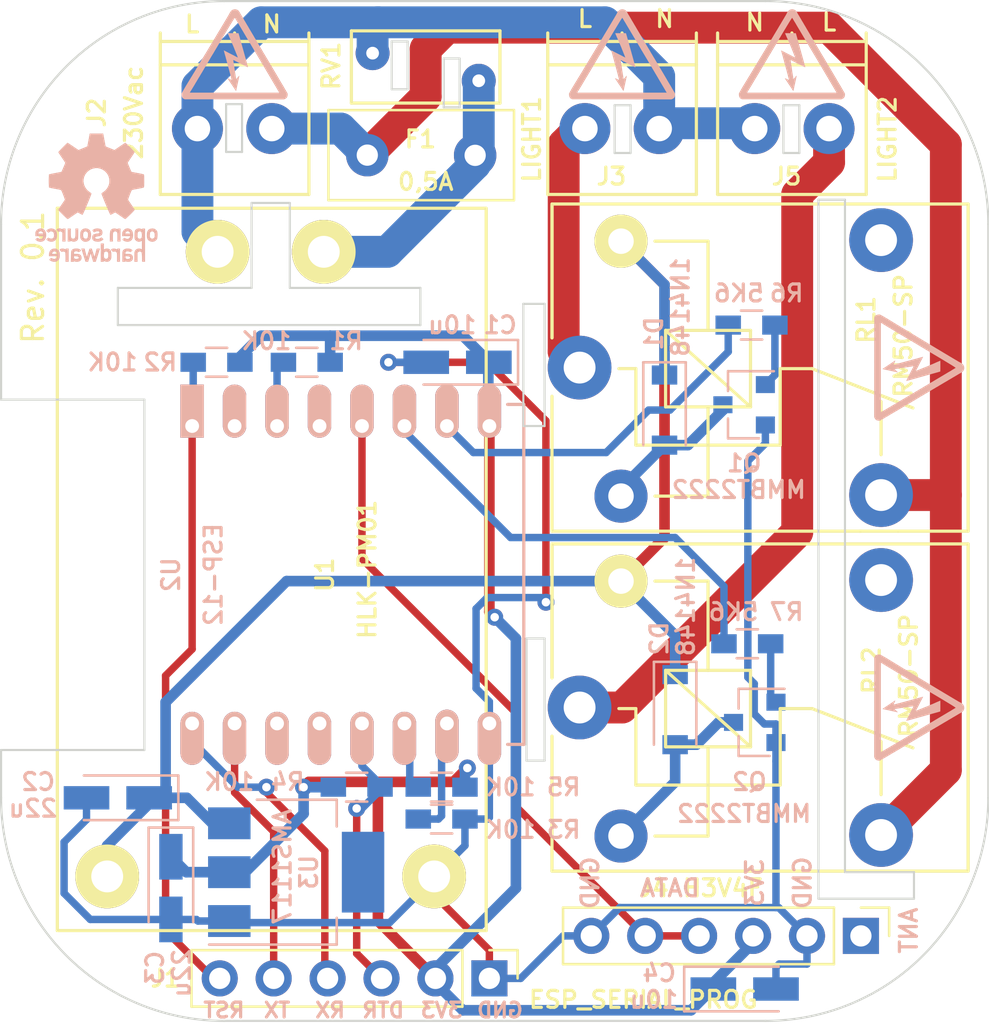
<source format=kicad_pcb>
(kicad_pcb (version 20171130) (host pcbnew "(5.1.12)-1")
  (layers (0 F.Cu signal) (31 B.Cu signal) (34 B.Paste user) (35 F.Paste user) (36 B.SilkS user) (37 F.SilkS user) (38 B.Mask user) (39 F.Mask user) (44 Edge.Cuts user))
  (net 0 "")
  (net 1 GND)
  (net 2 /RESET)
  (net 3 +3V3)
  (net 4 "Net-(F1-Pad2)")
  (net 5 /RX)
  (net 6 /TX)
  (net 7 /DTR)
  (net 8 "Net-(Q1-Pad1)")
  (net 9 "Net-(Q2-Pad1)")
  (net 10 "Net-(R3-Pad2)")
  (net 11 "Net-(R5-Pad1)")
  (net 12 +5V)
  (net 13 "Net-(D1-Pad2)")
  (net 14 "Net-(D2-Pad2)")
  (net 15 /L)
  (net 16 /N)
  (net 17 /REL_SW1)
  (net 18 /REL_SW2)
  (net 19 /RELAY_CH1)
  (net 20 /RELAY_CH2)
  (net 21 /433_RX_DATA)
  (net 22 "Net-(R1-Pad1)")
  (module Symbols:OSHW-Logo_5.7x6mm_SilkScreen (layer B.Cu) (at 104.5 59.25 180)
    (fp_text reference REF*** hide)
    (fp_text value OSHW-Logo_5.7x6mm_SilkScreen hide)
  )
  (module Connectors_Terminal_Blocks:TerminalBlock_Pheonix_PT-3.5mm_2pol (layer F.Cu) (at 112.75 56 180)
    (fp_text reference J2 (at 8.25 0.75 270) (layer F.SilkS) (effects (font (size 0.8 0.8))))
    (fp_text value 230Vac (at 6.5 0.75 270) (layer F.SilkS) (effects (font (size 0.8 0.8))))
    (pad 1 thru_hole circle (at 0 0 180) (size 2.4 2.4) (drill 1.2) (layers *.Cu *.Mask) (net 15 /L))
    (pad 2 thru_hole circle (at 3.5 0 180) (size 2.4 2.4) (drill 1.2) (layers *.Cu *.Mask) (net 16 /N))
  )
  (module Connectors_Terminal_Blocks:TerminalBlock_Pheonix_PT-3.5mm_2pol (layer F.Cu) (at 139 56 180)
    (fp_text reference J5 (at 2 -2.25 180) (layer F.SilkS) (effects (font (size 0.8 0.8))))
    (fp_text value LIGHT2 (at -2.75 -0.5 270) (layer F.SilkS) (effects (font (size 0.8 0.8))))
    (pad 2 thru_hole circle (at 3.5 0 180) (size 2.4 2.4) (drill 1.2) (layers *.Cu *.Mask) (net 16 /N))
    (pad 1 thru_hole circle (at 0 0 180) (size 2.4 2.4) (drill 1.2) (layers *.Cu *.Mask) (net 18 /REL_SW2))
  )
  (module Connectors_Terminal_Blocks:TerminalBlock_Pheonix_PT-3.5mm_2pol (layer F.Cu) (at 131 56 180)
    (fp_text reference J3 (at 2.25 -2.25 180) (layer F.SilkS) (effects (font (size 0.8 0.8))))
    (fp_text value LIGHT1 (at 6 -0.5 270) (layer F.SilkS) (effects (font (size 0.8 0.8))))
    (pad 1 thru_hole circle (at 0 0 180) (size 2.4 2.4) (drill 1.2) (layers *.Cu *.Mask) (net 16 /N))
    (pad 2 thru_hole circle (at 3.5 0 180) (size 2.4 2.4) (drill 1.2) (layers *.Cu *.Mask) (net 17 /REL_SW1))
  )
  (module w_logo:Logo_silk_high_voltage_5x4.2mm (layer B.Cu) (at 137.25 52.5 180)
    (fp_text reference G***_5 hide)
    (fp_text value LOGO hide)
  )
  (module w_logo:Logo_silk_high_voltage_5x4.2mm (layer B.Cu) (at 129.25 52.5 180)
    (fp_text reference G***_4 hide)
    (fp_text value LOGO hide)
  )
  (module w_logo:Logo_silk_high_voltage_5x4.2mm (layer B.Cu) (at 111 52.5 180)
    (fp_text reference G***_3 hide)
    (fp_text value LOGO hide)
  )
  (module w_logo:Logo_silk_high_voltage_5x4.2mm (layer B.Cu) (at 143.25 83.25 90)
    (fp_text reference G***_2 hide)
    (fp_text value LOGO hide)
  )
  (module w_logo:Logo_silk_high_voltage_5x4.2mm (layer B.Cu) (at 143.25 67.25 90)
    (fp_text reference G*** hide)
    (fp_text value LOGO hide)
  )
  (module Diodes_SMD:D_SOD-123 (layer B.Cu) (at 131.25 69.25 270)
    (fp_text reference D1 (at -3.6 0.5 270) (layer B.SilkS) (effects (font (size 0.8 0.8)) (justify mirror)))
    (fp_text value 1N4148 (at -4.85 -0.75 270) (layer B.SilkS) (effects (font (size 0.8 0.8)) (justify mirror)))
    (pad 1 smd rect (at -1.65 0 270) (size 0.9 1.2) (layers B.Cu B.Paste B.Mask) (net 12 +5V))
    (pad 2 smd rect (at 1.65 0 270) (size 0.9 1.2) (layers B.Cu B.Paste B.Mask) (net 13 "Net-(D1-Pad2)"))
  )
  (module Diodes_SMD:D_SOD-123 (layer B.Cu) (at 131.75 83.35 270)
    (fp_text reference D2 (at -3.35 0.75 270) (layer B.SilkS) (effects (font (size 0.8 0.8)) (justify mirror)))
    (fp_text value 1N4148 (at -4.85 -0.5 270) (layer B.SilkS) (effects (font (size 0.8 0.8)) (justify mirror)))
    (pad 2 smd rect (at 1.65 0 270) (size 0.9 1.2) (layers B.Cu B.Paste B.Mask) (net 14 "Net-(D2-Pad2)"))
    (pad 1 smd rect (at -1.65 0 270) (size 0.9 1.2) (layers B.Cu B.Paste B.Mask) (net 12 +5V))
  )
  (module Pin_Headers:Pin_Header_Straight_1x06_Pitch2.54mm (layer F.Cu) (at 140.5 94 270)
    (fp_text reference J4 (at -2.25 9.75) (layer F.SilkS) (effects (font (size 0.8 0.8))))
    (fp_text value H3V4F (at -2.25 6.5) (layer F.SilkS) (effects (font (size 0.8 0.8))))
    (pad 6 thru_hole oval (at 0 12.7 270) (size 1.7 1.7) (drill 1) (layers *.Cu *.Mask) (net 1 GND))
    (pad 5 thru_hole oval (at 0 10.16 270) (size 1.7 1.7) (drill 1) (layers *.Cu *.Mask) (net 21 /433_RX_DATA))
    (pad 4 thru_hole oval (at 0 7.62 270) (size 1.7 1.7) (drill 1) (layers *.Cu *.Mask) (net 21 /433_RX_DATA))
    (pad 3 thru_hole oval (at 0 5.08 270) (size 1.7 1.7) (drill 1) (layers *.Cu *.Mask) (net 3 +3V3))
    (pad 2 thru_hole oval (at 0 2.54 270) (size 1.7 1.7) (drill 1) (layers *.Cu *.Mask) (net 1 GND))
    (pad 1 thru_hole rect (at 0 0 270) (size 1.7 1.7) (drill 1) (layers *.Cu *.Mask))
  )
  (module TO_SOT_Packages_SMD:SOT-23 (layer B.Cu) (at 135 69 180)
    (fp_text reference Q1 (at 0 -2.75) (layer B.SilkS) (effects (font (size 0.8 0.8)) (justify mirror)))
    (fp_text value MMBT2222 (at 0.25 -4) (layer B.SilkS) (effects (font (size 0.8 0.8)) (justify mirror)))
    (pad 3 smd rect (at 1 0 180) (size 0.9 0.8) (layers B.Cu B.Paste B.Mask) (net 13 "Net-(D1-Pad2)"))
    (pad 2 smd rect (at -1 -0.95 180) (size 0.9 0.8) (layers B.Cu B.Paste B.Mask) (net 1 GND))
    (pad 1 smd rect (at -1 0.95 180) (size 0.9 0.8) (layers B.Cu B.Paste B.Mask) (net 8 "Net-(Q1-Pad1)"))
  )
  (module TO_SOT_Packages_SMD:SOT-23 (layer B.Cu) (at 135.5 83.95 180)
    (fp_text reference Q2 (at 0.25 -2.8) (layer B.SilkS) (effects (font (size 0.8 0.8)) (justify mirror)))
    (fp_text value MMBT2222 (at 0.5 -4.3) (layer B.SilkS) (effects (font (size 0.8 0.8)) (justify mirror)))
    (pad 1 smd rect (at -1 0.95 180) (size 0.9 0.8) (layers B.Cu B.Paste B.Mask) (net 9 "Net-(Q2-Pad1)"))
    (pad 2 smd rect (at -1 -0.95 180) (size 0.9 0.8) (layers B.Cu B.Paste B.Mask) (net 1 GND))
    (pad 3 smd rect (at 1 0 180) (size 0.9 0.8) (layers B.Cu B.Paste B.Mask) (net 14 "Net-(D2-Pad2)"))
  )
  (module Resistors_SMD:R_0603_HandSoldering (layer B.Cu) (at 114.4 67)
    (fp_text reference R1 (at 1.85 -1) (layer B.SilkS) (effects (font (size 0.8 0.8)) (justify mirror)))
    (fp_text value 10K (at -1.9 -1) (layer B.SilkS) (effects (font (size 0.8 0.8)) (justify mirror)))
    (pad 1 smd rect (at -1.1 0) (size 1.2 0.9) (layers B.Cu B.Paste B.Mask) (net 22 "Net-(R1-Pad1)"))
    (pad 2 smd rect (at 1.1 0) (size 1.2 0.9) (layers B.Cu B.Paste B.Mask) (net 3 +3V3))
  )
  (module Resistors_SMD:R_0603_HandSoldering (layer B.Cu) (at 110.15 67)
    (fp_text reference R2 (at -2.65 0) (layer B.SilkS) (effects (font (size 0.8 0.8)) (justify mirror)))
    (fp_text value 10K (at -4.9 0) (layer B.SilkS) (effects (font (size 0.8 0.8)) (justify mirror)))
    (pad 2 smd rect (at 1.1 0) (size 1.2 0.9) (layers B.Cu B.Paste B.Mask) (net 3 +3V3))
    (pad 1 smd rect (at -1.1 0) (size 1.2 0.9) (layers B.Cu B.Paste B.Mask) (net 2 /RESET))
  )
  (module Resistors_SMD:R_0603_HandSoldering (layer B.Cu) (at 120.75 88.5 180)
    (fp_text reference R3 (at -5.75 -0.5 180) (layer B.SilkS) (effects (font (size 0.8 0.8)) (justify mirror)))
    (fp_text value 10K (at -3.25 -0.5 180) (layer B.SilkS) (effects (font (size 0.8 0.8)) (justify mirror)))
    (pad 2 smd rect (at 1.1 0 180) (size 1.2 0.9) (layers B.Cu B.Paste B.Mask) (net 10 "Net-(R3-Pad2)"))
    (pad 1 smd rect (at -1.1 0 180) (size 1.2 0.9) (layers B.Cu B.Paste B.Mask) (net 1 GND))
  )
  (module Resistors_SMD:R_0603_HandSoldering (layer B.Cu) (at 116.75 87 180)
    (fp_text reference R4 (at 3.25 0.25 180) (layer B.SilkS) (effects (font (size 0.8 0.8)) (justify mirror)))
    (fp_text value 10K (at 6 0.25 180) (layer B.SilkS) (effects (font (size 0.8 0.8)) (justify mirror)))
    (pad 1 smd rect (at -1.1 0 180) (size 1.2 0.9) (layers B.Cu B.Paste B.Mask) (net 7 /DTR))
    (pad 2 smd rect (at 1.1 0 180) (size 1.2 0.9) (layers B.Cu B.Paste B.Mask) (net 3 +3V3))
  )
  (module Resistors_SMD:R_0603_HandSoldering (layer B.Cu) (at 120.75 87)
    (fp_text reference R5 (at 5.75 0) (layer B.SilkS) (effects (font (size 0.8 0.8)) (justify mirror)))
    (fp_text value 10K (at 3.25 0) (layer B.SilkS) (effects (font (size 0.8 0.8)) (justify mirror)))
    (pad 2 smd rect (at 1.1 0) (size 1.2 0.9) (layers B.Cu B.Paste B.Mask) (net 3 +3V3))
    (pad 1 smd rect (at -1.1 0) (size 1.2 0.9) (layers B.Cu B.Paste B.Mask) (net 11 "Net-(R5-Pad1)"))
  )
  (module Resistors_SMD:R_0603_HandSoldering (layer B.Cu) (at 135.35 65.25 180)
    (fp_text reference R6 (at -1.65 1.5 180) (layer B.SilkS) (effects (font (size 0.8 0.8)) (justify mirror)))
    (fp_text value 5K6 (at 0.6 1.5 180) (layer B.SilkS) (effects (font (size 0.8 0.8)) (justify mirror)))
    (pad 1 smd rect (at -1.1 0 180) (size 1.2 0.9) (layers B.Cu B.Paste B.Mask) (net 8 "Net-(Q1-Pad1)"))
    (pad 2 smd rect (at 1.1 0 180) (size 1.2 0.9) (layers B.Cu B.Paste B.Mask) (net 19 /RELAY_CH1))
  )
  (module Resistors_SMD:R_0603_HandSoldering (layer B.Cu) (at 135.15 80.25 180)
    (fp_text reference R7 (at -1.85 1.5 180) (layer B.SilkS) (effects (font (size 0.8 0.8)) (justify mirror)))
    (fp_text value 5K6 (at 0.65 1.5 180) (layer B.SilkS) (effects (font (size 0.8 0.8)) (justify mirror)))
    (pad 2 smd rect (at 1.1 0 180) (size 1.2 0.9) (layers B.Cu B.Paste B.Mask) (net 20 /RELAY_CH2))
    (pad 1 smd rect (at -1.1 0 180) (size 1.2 0.9) (layers B.Cu B.Paste B.Mask) (net 9 "Net-(Q2-Pad1)"))
  )
  (module myfootprints:RM50_P (layer F.Cu) (at 127.25 67.25)
    (fp_text reference RL1 (at 13.5 -2.25 90) (layer F.SilkS) (effects (font (size 0.8 0.8))))
    (fp_text value RM50-SP (at 15.25 -1.5 90) (layer F.SilkS) (effects (font (size 0.8 0.8))))
    (pad A2 thru_hole circle (at 1.95 6.05 90) (size 2.5 2.5) (drill 1.2) (layers *.Cu *.Mask) (net 13 "Net-(D1-Pad2)"))
    (pad A1 thru_hole circle (at 1.95 -5.95 90) (size 2.5 2.5) (drill 1.2) (layers *.Cu *.Mask F.SilkS) (net 12 +5V))
    (pad 11 thru_hole circle (at 0 0 90) (size 3 3) (drill 1.5) (layers *.Cu *.Mask) (net 17 /REL_SW1))
    (pad 14 thru_hole circle (at 14.2 6 90) (size 3 3) (drill 1.5) (layers *.Cu *.Mask) (net 15 /L))
    (pad 12 thru_hole circle (at 14.2 -6 90) (size 3 3) (drill 1.5) (layers *.Cu *.Mask))
  )
  (module myfootprints:RM50_P (layer F.Cu) (at 127.25 83.25)
    (fp_text reference RL2 (at 13.75 -1.75 90) (layer F.SilkS) (effects (font (size 0.8 0.8))))
    (fp_text value RM50-SP (at 15.5 -1.5 90) (layer F.SilkS) (effects (font (size 0.8 0.8))))
    (pad 12 thru_hole circle (at 14.2 -6 90) (size 3 3) (drill 1.5) (layers *.Cu *.Mask))
    (pad 14 thru_hole circle (at 14.2 6 90) (size 3 3) (drill 1.5) (layers *.Cu *.Mask) (net 15 /L))
    (pad 11 thru_hole circle (at 0 0 90) (size 3 3) (drill 1.5) (layers *.Cu *.Mask) (net 18 /REL_SW2))
    (pad A1 thru_hole circle (at 1.95 -5.95 90) (size 2.5 2.5) (drill 1.2) (layers *.Cu *.Mask F.SilkS) (net 12 +5V))
    (pad A2 thru_hole circle (at 1.95 6.05 90) (size 2.5 2.5) (drill 1.2) (layers *.Cu *.Mask) (net 14 "Net-(D2-Pad2)"))
  )
  (module Varistors:RV_Disc_D7_W3.4_P5 (layer F.Cu) (at 122.5 53.75 180)
    (fp_text reference RV1 (at 6.95 0.7 270) (layer F.SilkS) (effects (font (size 0.8 0.8))))
    (fp_text value Varistor hide)
    (pad 2 thru_hole circle (at 5 1.3 180) (size 1.6 1.6) (drill 0.6) (layers *.Cu *.Mask) (net 16 /N))
    (pad 1 thru_hole circle (at 0 0 180) (size 1.6 1.6) (drill 0.6) (layers *.Cu *.Mask) (net 4 "Net-(F1-Pad2)"))
  )
  (module TO_SOT_Packages_SMD:SOT-223 (layer B.Cu) (at 113.9 91)
    (fp_text reference U3 (at 0.6 0 270) (layer B.SilkS) (effects (font (size 0.8 0.8)) (justify mirror)))
    (fp_text value AMS1117 (at -0.65 -0.25 90) (layer B.SilkS) (effects (font (size 0.8 0.8)) (justify mirror)))
    (pad 1 smd rect (at -3.15 2.3) (size 2 1.5) (layers B.Cu B.Paste B.Mask) (net 1 GND))
    (pad 3 smd rect (at -3.15 -2.3) (size 2 1.5) (layers B.Cu B.Paste B.Mask) (net 12 +5V))
    (pad 2 smd rect (at -3.15 0) (size 2 1.5) (layers B.Cu B.Paste B.Mask) (net 3 +3V3))
    (pad 4 smd rect (at 3.15 0) (size 2 3.8) (layers B.Cu B.Paste B.Mask))
  )
  (module Fuse_Holders_and_Fuses:Fuse_TE5_Littlefuse-395Series (layer F.Cu) (at 117.25 57.25)
    (fp_text reference F1 (at 2.5 -0.75) (layer F.SilkS) (effects (font (size 0.8 0.8))))
    (fp_text value 0,5A (at 2.75 1.25) (layer F.SilkS) (effects (font (size 0.8 0.8))))
    (pad 2 thru_hole circle (at 5.08 0.01) (size 2 2) (drill 1) (layers *.Cu *.Mask) (net 4 "Net-(F1-Pad2)"))
    (pad 1 thru_hole circle (at 0 0) (size 2 2) (drill 1) (layers *.Cu *.Mask) (net 15 /L))
  )
  (module Pin_Headers:Pin_Header_Straight_1x06_Pitch2.54mm (layer F.Cu) (at 123 96 270)
    (fp_text reference J1 (at 0 15.25) (layer F.SilkS) (effects (font (size 0.8 0.8))))
    (fp_text value ESP_SERIAL_PROG (at 1 -7.25) (layer F.SilkS) (effects (font (size 0.8 0.8))))
    (pad 6 thru_hole oval (at 0 12.7 270) (size 1.7 1.7) (drill 1) (layers *.Cu *.Mask) (net 2 /RESET))
    (pad 5 thru_hole oval (at 0 10.16 270) (size 1.7 1.7) (drill 1) (layers *.Cu *.Mask) (net 6 /TX))
    (pad 4 thru_hole oval (at 0 7.62 270) (size 1.7 1.7) (drill 1) (layers *.Cu *.Mask) (net 5 /RX))
    (pad 3 thru_hole oval (at 0 5.08 270) (size 1.7 1.7) (drill 1) (layers *.Cu *.Mask) (net 7 /DTR))
    (pad 2 thru_hole oval (at 0 2.54 270) (size 1.7 1.7) (drill 1) (layers *.Cu *.Mask) (net 3 +3V3))
    (pad 1 thru_hole rect (at 0 0 270) (size 1.7 1.7) (drill 1) (layers *.Cu *.Mask) (net 1 GND))
  )
  (module Capacitors_Tantalum_SMD:CP_Tantalum_Case-A_EIA-3216-18_Wave (layer B.Cu) (at 105.5 87.5 180)
    (fp_text reference C2 (at 3.75 0.75 180) (layer B.SilkS) (effects (font (size 0.8 0.8)) (justify mirror)))
    (fp_text value 22u (at 4 -0.5 180) (layer B.SilkS) (effects (font (size 0.8 0.8)) (justify mirror)))
    (pad 1 smd rect (at -1.475 0 180) (size 2.15 1.1) (layers B.Cu B.Paste B.Mask) (net 12 +5V))
    (pad 2 smd rect (at 1.475 0 180) (size 2.15 1.1) (layers B.Cu B.Paste B.Mask) (net 1 GND))
  )
  (module Capacitors_Tantalum_SMD:CP_Tantalum_Case-A_EIA-3216-18_Wave (layer B.Cu) (at 108 91.75 270)
    (fp_text reference C3 (at 3.75 0.75 270) (layer B.SilkS) (effects (font (size 0.8 0.8)) (justify mirror)))
    (fp_text value 22u (at 4 -0.5 270) (layer B.SilkS) (effects (font (size 0.8 0.8)) (justify mirror)))
    (pad 2 smd rect (at 1.475 0 270) (size 2.15 1.1) (layers B.Cu B.Paste B.Mask) (net 1 GND))
    (pad 1 smd rect (at -1.475 0 270) (size 2.15 1.1) (layers B.Cu B.Paste B.Mask) (net 3 +3V3))
  )
  (module Capacitors_Tantalum_SMD:CP_Tantalum_Case-A_EIA-3216-18_Wave (layer B.Cu) (at 135.025 96.5)
    (fp_text reference C4 (at -4.025 -0.75) (layer B.SilkS) (effects (font (size 0.8 0.8)) (justify mirror)))
    (fp_text value 10u (at -4.275 0.5) (layer B.SilkS) (effects (font (size 0.8 0.8)) (justify mirror)))
    (pad 1 smd rect (at -1.475 0) (size 2.15 1.1) (layers B.Cu B.Paste B.Mask) (net 3 +3V3))
    (pad 2 smd rect (at 1.475 0) (size 2.15 1.1) (layers B.Cu B.Paste B.Mask) (net 1 GND))
  )
  (module myfootprints:HLK-PM01 (layer F.Cu) (at 112.75 76.75 270)
    (fp_text reference U2 (at 0.25 4.75 270) (layer B.SilkS) (effects (font (size 0.8 0.8)) (justify mirror)))
    (fp_text value HLK-PM01 (at 0 -4.5 270) (layer F.SilkS) (effects (font (size 0.8 0.8))))
    (pad 1 thru_hole circle (at -14.950018 -2.45 270) (size 3 3) (drill 1.5) (layers *.Cu *.Mask F.SilkS) (net 4 "Net-(F1-Pad2)"))
    (pad 2 thru_hole circle (at -14.950018 2.55 270) (size 3 3) (drill 1.5) (layers *.Cu *.Mask F.SilkS) (net 16 /N))
    (pad 4 thru_hole circle (at 14.449982 -7.65 270) (size 3 3) (drill 1.5) (layers *.Cu *.Mask F.SilkS) (net 1 GND))
    (pad 3 thru_hole circle (at 14.449982 7.75 270) (size 3 3) (drill 1.5) (layers *.Cu *.Mask F.SilkS) (net 12 +5V))
  )
  (module Capacitors_Tantalum_SMD:CP_Tantalum_Case-A_EIA-3216-18_Wave (layer B.Cu) (at 121.5 67 180)
    (fp_text reference C1 (at -2 1.75 180) (layer B.SilkS) (effects (font (size 0.8 0.8)) (justify mirror)))
    (fp_text value 10u (at 0.25 1.75 180) (layer B.SilkS) (effects (font (size 0.8 0.8)) (justify mirror)))
    (pad 2 smd rect (at 1.475 0 180) (size 2.15 1.1) (layers B.Cu B.Paste B.Mask) (net 1 GND))
    (pad 1 smd rect (at -1.475 0 180) (size 2.15 1.1) (layers B.Cu B.Paste B.Mask) (net 3 +3V3))
  )
  (module myfootprints:ESP-12 (layer B.Cu) (at 109 70 270)
    (fp_text reference U1 (at 7 -6.25 270) (layer F.SilkS) (effects (font (size 0.8 0.8))))
    (fp_text value ESP-12 (at 6.992 -1 270) (layer B.SilkS) (effects (font (size 0.8 0.8)) (justify mirror)))
    (pad 1 thru_hole rect (at 0 0 270) (size 2.5 1.1) (drill 0.65 (offset -0.7 0)) (layers *.Cu *.Mask B.SilkS) (net 2 /RESET))
    (pad 2 thru_hole oval (at 0 -2 270) (size 2.5 1.1) (drill 0.65 (offset -0.7 0)) (layers *.Cu *.Mask B.SilkS))
    (pad 3 thru_hole oval (at 0 -4 270) (size 2.5 1.1) (drill 0.65 (offset -0.7 0)) (layers *.Cu *.Mask B.SilkS) (net 22 "Net-(R1-Pad1)"))
    (pad 4 thru_hole oval (at 0 -6 270) (size 2.5 1.1) (drill 0.65 (offset -0.7 0)) (layers *.Cu *.Mask B.SilkS))
    (pad 5 thru_hole oval (at 0 -8 270) (size 2.5 1.1) (drill 0.65 (offset -0.7 0)) (layers *.Cu *.Mask B.SilkS) (net 21 /433_RX_DATA))
    (pad 6 thru_hole oval (at 0 -10 270) (size 2.5 1.1) (drill 0.65 (offset -0.7 0)) (layers *.Cu *.Mask B.SilkS) (net 20 /RELAY_CH2))
    (pad 7 thru_hole oval (at 0 -12 270) (size 2.5 1.1) (drill 0.65 (offset -0.7 0)) (layers *.Cu *.Mask B.SilkS) (net 19 /RELAY_CH1))
    (pad 8 thru_hole oval (at 0 -14 270) (size 2.5 1.1) (drill 0.65 (offset -0.7 0)) (layers *.Cu *.Mask B.SilkS) (net 3 +3V3))
    (pad 9 thru_hole oval (at 14 -14 270) (size 2.5 1.1) (drill 0.65 (offset 0.7 0)) (layers *.Cu *.Mask B.SilkS) (net 1 GND))
    (pad 10 thru_hole oval (at 14 -12 270) (size 2.5 1.1) (drill 0.65 (offset 0.6 0)) (layers *.Cu *.Mask B.SilkS) (net 10 "Net-(R3-Pad2)"))
    (pad 11 thru_hole oval (at 14 -10 270) (size 2.5 1.1) (drill 0.65 (offset 0.7 0)) (layers *.Cu *.Mask B.SilkS) (net 11 "Net-(R5-Pad1)"))
    (pad 12 thru_hole oval (at 14 -8 270) (size 2.5 1.1) (drill 0.65 (offset 0.7 0)) (layers *.Cu *.Mask B.SilkS) (net 7 /DTR))
    (pad 13 thru_hole oval (at 14 -6 270) (size 2.5 1.1) (drill 0.65 (offset 0.7 0)) (layers *.Cu *.Mask B.SilkS))
    (pad 14 thru_hole oval (at 14 -4 270) (size 2.5 1.1) (drill 0.65 (offset 0.7 0)) (layers *.Cu *.Mask B.SilkS))
    (pad 15 thru_hole oval (at 14 -2 270) (size 2.5 1.1) (drill 0.65 (offset 0.7 0)) (layers *.Cu *.Mask B.SilkS) (net 6 /TX))
    (pad 16 thru_hole oval (at 14 0 270) (size 2.5 1.1) (drill 0.65 (offset 0.7 0)) (layers *.Cu *.Mask B.SilkS) (net 5 /RX))
  )
  (gr_line (start 99.9998 68.7578) (end 100.000001 60.495371) (layer Edge.Cuts) (width 0.1))
  (gr_line (start 106.75 68.7578) (end 99.9998 68.7578) (layer Edge.Cuts) (width 0.1))
  (gr_line (start 136.85 57.15) (end 136.85 54.9) (layer Edge.Cuts) (width 0.1))
  (gr_line (start 136.85 54.9) (end 137.6 54.9) (layer Edge.Cuts) (width 0.1))
  (gr_line (start 136.85 57.15) (end 137.6 57.15) (layer Edge.Cuts) (width 0.1))
  (gr_line (start 137.6 54.9) (end 137.6 57.15) (layer Edge.Cuts) (width 0.1))
  (gr_line (start 129.65 54.9) (end 129.65 57.15) (layer Edge.Cuts) (width 0.1))
  (gr_line (start 128.9 57.15) (end 129.65 57.15) (layer Edge.Cuts) (width 0.1))
  (gr_line (start 128.9 57.15) (end 128.9 54.9) (layer Edge.Cuts) (width 0.1))
  (gr_line (start 128.9 54.9) (end 129.65 54.9) (layer Edge.Cuts) (width 0.1))
  (gr_line (start 110.6 57.1) (end 111.35 57.1) (layer Edge.Cuts) (width 0.1))
  (gr_line (start 110.6 54.85) (end 111.35 54.85) (layer Edge.Cuts) (width 0.1))
  (gr_line (start 111.35 54.85) (end 111.35 57.1) (layer Edge.Cuts) (width 0.1))
  (gr_line (start 110.6 57.1) (end 110.6 54.85) (layer Edge.Cuts) (width 0.1))
  (gr_line (start 118.4 54.15) (end 119.15 54.15) (layer Edge.Cuts) (width 0.1))
  (gr_line (start 120.85 52.7) (end 121.6 52.7) (layer Edge.Cuts) (width 0.1))
  (gr_line (start 120.85 55) (end 121.6 55) (layer Edge.Cuts) (width 0.1))
  (gr_line (start 121.6 52.7) (end 121.6 55) (layer Edge.Cuts) (width 0.1))
  (gr_line (start 120.85 55.000543) (end 120.85 52.7) (layer Edge.Cuts) (width 0.1))
  (gr_line (start 118.4 54.15) (end 118.4 51.9) (layer Edge.Cuts) (width 0.1))
  (gr_line (start 119.15 51.9) (end 119.15 54.15) (layer Edge.Cuts) (width 0.1))
  (gr_line (start 118.4 51.9) (end 119.15 51.9) (layer Edge.Cuts) (width 0.1))
  (gr_line (start 124.598753 64.25) (end 125.601385 64.25) (layer Edge.Cuts) (width 0.1))
  (gr_line (start 125.6 70.002272) (end 125.6 64.25) (layer Edge.Cuts) (width 0.1))
  (gr_line (start 124.6 70) (end 125.6 70) (layer Edge.Cuts) (width 0.1))
  (gr_line (start 124.6 70) (end 124.6 64.247728) (layer Edge.Cuts) (width 0.1))
  (gr_line (start 124.75 80) (end 125.6 80) (layer Edge.Cuts) (width 0.1))
  (gr_line (start 124.75 85.75) (end 125.601469 85.75) (layer Edge.Cuts) (width 0.1))
  (gr_line (start 125.6 85.75) (end 125.6 79.997728) (layer Edge.Cuts) (width 0.1))
  (gr_line (start 124.75 85.752272) (end 124.75 80) (layer Edge.Cuts) (width 0.1))
  (gr_line (start 143 91) (end 143 92.25) (layer Edge.Cuts) (width 0.1))
  (gr_line (start 138.5 59.35) (end 139.75 59.35) (layer Edge.Cuts) (width 0.1))
  (gr_line (start 138.5 92.25) (end 138.5 59.349963) (layer Edge.Cuts) (width 0.1))
  (gr_line (start 143 92.25) (end 138.5 92.25) (layer Edge.Cuts) (width 0.1))
  (gr_line (start 143 91) (end 139.75 91) (layer Edge.Cuts) (width 0.1))
  (gr_line (start 139.75 91) (end 139.75 59.349961) (layer Edge.Cuts) (width 0.1))
  (gr_line (start 106.75 85.25) (end 100 85.25) (layer Edge.Cuts) (width 0.1))
  (gr_line (start 106.75 68.7578) (end 106.75 85.25) (layer Edge.Cuts) (width 0.1))
  (gr_line (start 100 87.5) (end 100 85.25) (layer Edge.Cuts) (width 0.1))
  (gr_line (start 105.5 65.25) (end 105.5 63.5) (layer Edge.Cuts) (width 0.1))
  (gr_line (start 111.8 63.5) (end 105.5 63.5) (layer Edge.Cuts) (width 0.1))
  (gr_line (start 113.6 59.5) (end 111.8 59.5) (layer Edge.Cuts) (width 0.1))
  (gr_line (start 113.6 63.5) (end 113.6 59.5) (layer Edge.Cuts) (width 0.1))
  (gr_line (start 119.75 63.5) (end 113.6 63.5) (layer Edge.Cuts) (width 0.1))
  (gr_line (start 119.75 65.25) (end 119.75 63.5) (layer Edge.Cuts) (width 0.1))
  (gr_line (start 105.5 65.25) (end 119.75 65.25) (layer Edge.Cuts) (width 0.1))
  (gr_line (start 111.8 59.5) (end 111.8 63.5) (layer Edge.Cuts) (width 0.1))
  (gr_line (start 136 98) (end 110.498843 98) (layer Edge.Cuts) (width 0.1))
  (gr_line (start 146.5 60.49801) (end 146.5 87.5) (layer Edge.Cuts) (width 0.1))
  (gr_line (start 110.5 50) (end 136 49.99801) (layer Edge.Cuts) (width 0.1))
  (gr_arc (start 110.5 60.5) (end 110.5 50) (angle -89.97474075) (layer Edge.Cuts) (width 0.1))
  (gr_arc (start 136 60.49801) (end 146.5 60.49801) (angle -90) (layer Edge.Cuts) (width 0.1))
  (gr_arc (start 110.5 87.5) (end 100 87.5) (angle -89.99368655) (layer Edge.Cuts) (width 0.1))
  (gr_arc (start 136 87.5) (end 136 98) (angle -90) (layer Edge.Cuts) (width 0.1))
  (gr_text L (at 139 51) (layer F.SilkS) (effects (font (size 0.8 0.8))))
  (gr_text N (at 135.5 51) (layer F.SilkS) (effects (font (size 0.8 0.8))))
  (gr_text N (at 131.25 50.836332) (layer F.SilkS) (effects (font (size 0.8 0.8))))
  (gr_text L (at 127.5 50.836332) (layer F.SilkS) (effects (font (size 0.8 0.8))))
  (gr_text N (at 112.75 51.086332) (layer F.SilkS) (effects (font (size 0.8 0.8))))
  (gr_text L (at 109 51.086332) (layer F.SilkS) (effects (font (size 0.8 0.8))))
  (gr_text "Rev. 0.1" (at 101.5 63 90) (layer F.SilkS) (effects (font (size 1 1))))
  (gr_text ANT (at 142.75 93.75 90) (layer B.SilkS) (effects (font (size 0.8 0.8)) (justify mirror)))
  (gr_text GND (at 137.75 91.5 90) (layer B.SilkS) (effects (font (size 0.8 0.8)) (justify mirror)))
  (gr_text 3V3 (at 135.5 91.5 90) (layer B.SilkS) (effects (font (size 0.8 0.8)) (justify mirror)))
  (gr_text DATA (at 131.5 91.75) (layer B.SilkS) (effects (font (size 0.8 0.8)) (justify mirror)))
  (gr_text GND (at 127.75 91.5 90) (layer B.SilkS) (effects (font (size 0.8 0.8)) (justify mirror)))
  (gr_text GND (at 123.5 97.5) (layer B.SilkS) (effects (font (size 0.7 0.7)) (justify mirror)))
  (gr_text 3V3 (at 120.75 97.5) (layer B.SilkS) (effects (font (size 0.7 0.7)) (justify mirror)))
  (gr_text DTR (at 118 97.5) (layer B.SilkS) (effects (font (size 0.7 0.7)) (justify mirror)))
  (gr_text RX (at 115.5 97.5) (layer B.SilkS) (effects (font (size 0.7 0.7)) (justify mirror)))
  (gr_text TX (at 113 97.5) (layer B.SilkS) (effects (font (size 0.7 0.7)) (justify mirror)))
  (gr_text RST (at 110.5 97.5) (layer B.SilkS) (effects (font (size 0.7 0.7)) (justify mirror)))
  (segment (start 136.5 92.6654) (end 129.1346 92.6654) (width 0.35) (layer B.Cu) (net 1))
  (segment (start 129.1346 92.6654) (end 127.8 94) (width 0.35) (layer B.Cu) (net 1))
  (segment (start 137.96 94) (end 136.6254 92.6654) (width 0.35) (layer B.Cu) (net 1))
  (segment (start 136.6254 92.6654) (end 136.5 92.6654) (width 0.35) (layer B.Cu) (net 1))
  (segment (start 136.5 85.7751) (end 136.5 92.6654) (width 0.35) (layer B.Cu) (net 1))
  (segment (start 127.8 94) (end 126.4749 94) (width 0.35) (layer B.Cu) (net 1))
  (segment (start 123 96) (end 124.4749 96) (width 0.35) (layer B.Cu) (net 1))
  (segment (start 124.4749 96) (end 126.4749 94) (width 0.35) (layer B.Cu) (net 1))
  (segment (start 136.5 84.9) (end 136.5 84.0249) (width 0.35) (layer B.Cu) (net 1))
  (segment (start 136 69.95) (end 136 70.8251) (width 0.35) (layer B.Cu) (net 1))
  (segment (start 136 70.8251) (end 135.1748 71.6503) (width 0.35) (layer B.Cu) (net 1))
  (segment (start 135.1748 71.6503) (end 135.1748 81.8246) (width 0.35) (layer B.Cu) (net 1))
  (segment (start 135.1748 81.8246) (end 135.4752 82.125) (width 0.35) (layer B.Cu) (net 1))
  (segment (start 135.4752 82.125) (end 135.4752 83.547) (width 0.35) (layer B.Cu) (net 1))
  (segment (start 135.4752 83.547) (end 135.9531 84.0249) (width 0.35) (layer B.Cu) (net 1))
  (segment (start 135.9531 84.0249) (end 136.5 84.0249) (width 0.35) (layer B.Cu) (net 1))
  (segment (start 136.5 84.9) (end 136.5 85.7751) (width 0.35) (layer B.Cu) (net 1))
  (segment (start 123 96) (end 123 94.6749) (width 0.35) (layer F.Cu) (net 1))
  (segment (start 120.4 91.2) (end 120.4 92.0749) (width 0.35) (layer F.Cu) (net 1))
  (segment (start 120.4 92.0749) (end 123 94.6749) (width 0.35) (layer F.Cu) (net 1))
  (segment (start 110.0125 93.3) (end 110.0877 93.3752) (width 0.35) (layer B.Cu) (net 1))
  (segment (start 110.0877 93.3752) (end 118.2999 93.3752) (width 0.35) (layer B.Cu) (net 1))
  (segment (start 118.2999 93.3752) (end 120.4 91.2751) (width 0.35) (layer B.Cu) (net 1))
  (segment (start 120.4 91.2751) (end 120.4 91.2) (width 0.35) (layer B.Cu) (net 1))
  (segment (start 110.0125 93.3) (end 109.2749 93.3) (width 0.35) (layer B.Cu) (net 1))
  (segment (start 110.75 93.3) (end 110.0125 93.3) (width 0.35) (layer B.Cu) (net 1))
  (segment (start 104.025 87.5) (end 104.025 88.5251) (width 0.35) (layer B.Cu) (net 1))
  (segment (start 104.025 88.5251) (end 102.9697 89.5804) (width 0.35) (layer B.Cu) (net 1))
  (segment (start 102.9697 89.5804) (end 102.9697 91.9928) (width 0.35) (layer B.Cu) (net 1))
  (segment (start 102.9697 91.9928) (end 104.2019 93.225) (width 0.35) (layer B.Cu) (net 1))
  (segment (start 104.2019 93.225) (end 108 93.225) (width 0.35) (layer B.Cu) (net 1))
  (segment (start 137.96 94) (end 137.96 95.3251) (width 0.35) (layer B.Cu) (net 1))
  (segment (start 136.5 96.5) (end 136.5 95.4749) (width 0.35) (layer B.Cu) (net 1))
  (segment (start 136.5 95.4749) (end 136.6498 95.3251) (width 0.35) (layer B.Cu) (net 1))
  (segment (start 136.6498 95.3251) (end 137.96 95.3251) (width 0.35) (layer B.Cu) (net 1))
  (segment (start 108 93.225) (end 109.1999 93.225) (width 0.35) (layer B.Cu) (net 1))
  (segment (start 109.1999 93.225) (end 109.2749 93.3) (width 0.35) (layer B.Cu) (net 1))
  (segment (start 123 84) (end 123 82.9749) (width 0.35) (layer B.Cu) (net 1))
  (segment (start 125.6631 78.293) (end 125.6631 69.7556) (width 0.35) (layer F.Cu) (net 1))
  (segment (start 125.6631 69.7556) (end 122.9075 67) (width 0.35) (layer F.Cu) (net 1))
  (segment (start 122.9075 67) (end 118.2476 67) (width 0.35) (layer F.Cu) (net 1))
  (segment (start 120.025 67) (end 118.2476 67) (width 0.35) (layer B.Cu) (net 1))
  (segment (start 123 82.9749) (end 122.3748 82.3497) (width 0.35) (layer B.Cu) (net 1))
  (segment (start 122.3748 82.3497) (end 122.3748 78.6004) (width 0.35) (layer B.Cu) (net 1))
  (segment (start 122.3748 78.6004) (end 122.9002 78.075) (width 0.35) (layer B.Cu) (net 1))
  (segment (start 122.9002 78.075) (end 125.4451 78.075) (width 0.35) (layer B.Cu) (net 1))
  (segment (start 125.4451 78.075) (end 125.6631 78.293) (width 0.35) (layer B.Cu) (net 1))
  (segment (start 120.4 91.2) (end 121.85 89.75) (width 0.35) (layer B.Cu) (net 1))
  (segment (start 121.85 89.75) (end 121.85 88.5) (width 0.35) (layer B.Cu) (net 1))
  (segment (start 121.85 88.5) (end 122.9251 88.5) (width 0.35) (layer B.Cu) (net 1))
  (segment (start 123 84) (end 123 88.4251) (width 0.35) (layer B.Cu) (net 1))
  (segment (start 123 88.4251) (end 122.9251 88.5) (width 0.35) (layer B.Cu) (net 1))
  (via (at 125.6631 78.293) (size 0.8) (layers F.Cu B.Cu) (net 1))
  (via (at 118.2476 67) (size 0.8) (layers F.Cu B.Cu) (net 1))
  (segment (start 109.05 67) (end 109.05 69.95) (width 0.35) (layer B.Cu) (net 2))
  (segment (start 109.05 69.95) (end 109 70) (width 0.35) (layer B.Cu) (net 2))
  (segment (start 110.3 96) (end 110 96) (width 0.35) (layer F.Cu) (net 2))
  (segment (start 110 96) (end 107.75 93.75) (width 0.35) (layer F.Cu) (net 2))
  (segment (start 107.75 93.75) (end 107.75 81.75) (width 0.35) (layer F.Cu) (net 2))
  (segment (start 107.75 81.75) (end 109 80.5) (width 0.35) (layer F.Cu) (net 2))
  (segment (start 109 80.5) (end 109 70) (width 0.35) (layer F.Cu) (net 2))
  (segment (start 122.95 68.155) (end 122.975 68.13) (width 0.35) (layer B.Cu) (net 3))
  (segment (start 122.975 68.13) (end 122.975 67) (width 0.35) (layer B.Cu) (net 3))
  (segment (start 122.95 68.155) (end 122.95 66.75) (width 0.5) (layer B.Cu) (net 3))
  (segment (start 122.95 66.75) (end 122.75 66.75) (width 0.5) (layer B.Cu) (net 3))
  (segment (start 122.75 66.75) (end 121.75 65.75) (width 0.5) (layer B.Cu) (net 3))
  (segment (start 121.75 65.75) (end 115.5 65.75) (width 0.5) (layer B.Cu) (net 3))
  (segment (start 123 70) (end 122.95 69.95) (width 0.5) (layer B.Cu) (net 3))
  (segment (start 122.95 69.95) (end 122.95 68.155) (width 0.5) (layer B.Cu) (net 3))
  (segment (start 115.5 65.75) (end 115.5 67) (width 0.5) (layer B.Cu) (net 3))
  (segment (start 111.25 67) (end 111.25 66.75) (width 0.5) (layer B.Cu) (net 3))
  (segment (start 111.25 66.75) (end 112.25 65.75) (width 0.5) (layer B.Cu) (net 3))
  (segment (start 112.25 65.75) (end 115.5 65.75) (width 0.5) (layer B.Cu) (net 3))
  (segment (start 118 86.75) (end 121.05 86.75) (width 0.5) (layer F.Cu) (net 3))
  (segment (start 120.46 96) (end 117.75 93.29) (width 0.5) (layer F.Cu) (net 3))
  (segment (start 117.75 93.29) (end 117.75 87) (width 0.5) (layer F.Cu) (net 3))
  (segment (start 117.75 87) (end 118 86.75) (width 0.5) (layer F.Cu) (net 3))
  (segment (start 118 86.75) (end 121.05 86.75) (width 0.5) (layer F.Cu) (net 3))
  (segment (start 114.25 87) (end 114.5 86.75) (width 0.5) (layer F.Cu) (net 3))
  (segment (start 114.5 86.75) (end 118 86.75) (width 0.5) (layer F.Cu) (net 3))
  (segment (start 115.5 87) (end 115.65 87) (width 0.5) (layer B.Cu) (net 3))
  (segment (start 114.25 87) (end 115.5 87) (width 0.5) (layer B.Cu) (net 3))
  (segment (start 110.75 91) (end 108.725 91) (width 0.5) (layer B.Cu) (net 3))
  (segment (start 108.725 91) (end 108 90.275) (width 0.5) (layer B.Cu) (net 3))
  (segment (start 115.65 87) (end 115.5 87) (width 0.5) (layer B.Cu) (net 3))
  (segment (start 114.25 87) (end 114.25 88.25) (width 0.5) (layer B.Cu) (net 3))
  (segment (start 114.25 88.25) (end 111.5 91) (width 0.5) (layer B.Cu) (net 3))
  (segment (start 111.5 91) (end 110.75 91) (width 0.5) (layer B.Cu) (net 3))
  (segment (start 123 70) (end 123 78.75) (width 0.5) (layer F.Cu) (net 3))
  (segment (start 123 78.75) (end 123.25 79) (width 0.5) (layer F.Cu) (net 3))
  (segment (start 121.85 87) (end 121.85 86.15) (width 0.5) (layer B.Cu) (net 3))
  (segment (start 121.85 86.15) (end 121.903 86.0974) (width 0.5) (layer B.Cu) (net 3))
  (segment (start 121.903 86.0974) (end 121.963 86.0974) (width 0.5) (layer B.Cu) (net 3))
  (segment (start 121.05 86.75) (end 121.31 86.75) (width 0.5) (layer F.Cu) (net 3))
  (segment (start 121.31 86.75) (end 121.963 86.0974) (width 0.5) (layer F.Cu) (net 3))
  (segment (start 123.25 79) (end 124.25 80) (width 0.5) (layer B.Cu) (net 3))
  (segment (start 124.25 80) (end 124.25 91.75) (width 0.5) (layer B.Cu) (net 3))
  (segment (start 124.25 91.75) (end 120.46 95.54) (width 0.5) (layer B.Cu) (net 3))
  (segment (start 120.46 95.54) (end 120.46 96) (width 0.5) (layer B.Cu) (net 3))
  (segment (start 133.55 96.5) (end 133.5 96.5) (width 0.5) (layer B.Cu) (net 3))
  (segment (start 133.5 96.5) (end 132.5 97.5) (width 0.5) (layer B.Cu) (net 3))
  (segment (start 132.5 97.5) (end 121.75 97.5) (width 0.5) (layer B.Cu) (net 3))
  (segment (start 121.75 97.5) (end 120.46 96.21) (width 0.5) (layer B.Cu) (net 3))
  (segment (start 120.46 96.21) (end 120.46 96) (width 0.5) (layer B.Cu) (net 3))
  (segment (start 135.42 94) (end 135.42 94.33) (width 0.5) (layer B.Cu) (net 3))
  (segment (start 135.42 94.33) (end 133.55 96.2) (width 0.5) (layer B.Cu) (net 3))
  (segment (start 133.55 96.2) (end 133.55 96.5) (width 0.5) (layer B.Cu) (net 3))
  (via (at 114.25 87) (size 0.8) (layers F.Cu B.Cu) (net 3))
  (via (at 123.25 79) (size 0.8) (layers F.Cu B.Cu) (net 3))
  (via (at 121.963 86.0974) (size 0.8) (layers F.Cu B.Cu) (net 3))
  (segment (start 122.33 57.26) (end 122.5 57.09) (width 1.5) (layer B.Cu) (net 4))
  (segment (start 122.5 57.09) (end 122.5 53.75) (width 1.5) (layer B.Cu) (net 4))
  (segment (start 115.2 61.8) (end 118.2 61.8) (width 1.5) (layer B.Cu) (net 4))
  (segment (start 118.2 61.8) (end 122.33 57.67) (width 1.5) (layer B.Cu) (net 4))
  (segment (start 122.33 57.67) (end 122.33 57.26) (width 1.5) (layer B.Cu) (net 4))
  (segment (start 109 84) (end 109 84.8496) (width 0.35) (layer B.Cu) (net 5))
  (segment (start 109 84.8496) (end 111.15 87) (width 0.35) (layer B.Cu) (net 5))
  (segment (start 111.15 87) (end 112.5 87) (width 0.35) (layer B.Cu) (net 5))
  (segment (start 112.5 87) (end 112.5 87.25) (width 0.35) (layer F.Cu) (net 5))
  (segment (start 112.5 87.25) (end 115.25 90) (width 0.35) (layer F.Cu) (net 5))
  (segment (start 115.25 90) (end 115.25 95.87) (width 0.35) (layer F.Cu) (net 5))
  (segment (start 115.25 95.87) (end 115.38 96) (width 0.35) (layer F.Cu) (net 5))
  (via (at 112.5 87) (size 0.8) (layers F.Cu B.Cu) (net 5))
  (segment (start 111 84) (end 111 87.25) (width 0.35) (layer F.Cu) (net 6))
  (segment (start 111 87.25) (end 112.84 89.09) (width 0.35) (layer F.Cu) (net 6))
  (segment (start 112.84 89.09) (end 112.84 96) (width 0.35) (layer F.Cu) (net 6))
  (segment (start 117.75 87.25) (end 117.65 87.35) (width 0.35) (layer B.Cu) (net 7))
  (segment (start 117.75 87.25) (end 117.65 87.35) (width 0.35) (layer B.Cu) (net 7))
  (segment (start 117.85 87) (end 117.85 87.15) (width 0.35) (layer B.Cu) (net 7))
  (segment (start 117.85 87.15) (end 117.75 87.25) (width 0.35) (layer B.Cu) (net 7))
  (segment (start 117.75 87.1) (end 117.75 87.25) (width 0.35) (layer B.Cu) (net 7))
  (segment (start 117.92 96) (end 116.75 94.83) (width 0.35) (layer F.Cu) (net 7))
  (segment (start 116.75 94.83) (end 116.75 88) (width 0.35) (layer F.Cu) (net 7))
  (segment (start 117.65 87.35) (end 117 88) (width 0.35) (layer B.Cu) (net 7))
  (segment (start 117 88) (end 116.75 88) (width 0.35) (layer B.Cu) (net 7))
  (segment (start 117 84) (end 117 86) (width 0.35) (layer B.Cu) (net 7))
  (segment (start 117 86) (end 117.85 86.85) (width 0.35) (layer B.Cu) (net 7))
  (segment (start 117.85 86.85) (end 117.85 87) (width 0.35) (layer B.Cu) (net 7))
  (via (at 116.75 88) (size 0.8) (layers F.Cu B.Cu) (net 7))
  (segment (start 136.45 65.25) (end 136.45 67.6) (width 0.35) (layer B.Cu) (net 8))
  (segment (start 136.45 67.6) (end 136 68.05) (width 0.35) (layer B.Cu) (net 8))
  (segment (start 136.25 80.25) (end 136.25 82.75) (width 0.35) (layer B.Cu) (net 9))
  (segment (start 136.25 82.75) (end 136.5 83) (width 0.35) (layer B.Cu) (net 9))
  (segment (start 119.65 88.5) (end 120.6 88.5) (width 0.35) (layer B.Cu) (net 10))
  (segment (start 120.6 88.5) (end 120.75 88.35) (width 0.35) (layer B.Cu) (net 10))
  (segment (start 120.75 88.35) (end 120.75 84.25) (width 0.35) (layer B.Cu) (net 10))
  (segment (start 120.75 84.25) (end 121 84) (width 0.35) (layer B.Cu) (net 10))
  (segment (start 119.375 86.875) (end 119.525 86.875) (width 0.35) (layer B.Cu) (net 11))
  (segment (start 119.525 86.875) (end 119.65 87) (width 0.35) (layer B.Cu) (net 11))
  (segment (start 119.375 86.875) (end 119.5 87) (width 0.35) (layer B.Cu) (net 11))
  (segment (start 119 84) (end 119.25 84.25) (width 0.35) (layer B.Cu) (net 11))
  (segment (start 119.25 84.25) (end 119.25 86.75) (width 0.35) (layer B.Cu) (net 11))
  (segment (start 119.25 86.75) (end 119.375 86.875) (width 0.35) (layer B.Cu) (net 11))
  (segment (start 107.4875 87.5) (end 107.25 87.5) (width 0.5) (layer B.Cu) (net 12))
  (segment (start 107.25 87.5) (end 105 89.75) (width 0.5) (layer B.Cu) (net 12))
  (segment (start 105 89.75) (end 105 91.2) (width 0.5) (layer B.Cu) (net 12))
  (segment (start 107.725 87.5) (end 107.4875 87.5) (width 0.5) (layer B.Cu) (net 12))
  (segment (start 107.4875 87.5) (end 106.975 87.5) (width 0.35) (layer B.Cu) (net 12))
  (segment (start 131.75 81.7) (end 131.75 79.85) (width 0.5) (layer B.Cu) (net 12))
  (segment (start 131.75 79.85) (end 129.2 77.3) (width 0.5) (layer B.Cu) (net 12))
  (segment (start 131.25 67.6) (end 131.25 63.35) (width 0.5) (layer B.Cu) (net 12))
  (segment (start 131.25 63.35) (end 129.2 61.3) (width 0.5) (layer B.Cu) (net 12))
  (segment (start 129.2 77.3) (end 113.45 77.3) (width 0.5) (layer B.Cu) (net 12))
  (segment (start 113.45 77.3) (end 107.75 83) (width 0.5) (layer B.Cu) (net 12))
  (segment (start 107.75 83) (end 107.75 87.475) (width 0.5) (layer B.Cu) (net 12))
  (segment (start 107.75 87.475) (end 107.725 87.5) (width 0.5) (layer B.Cu) (net 12))
  (segment (start 107.725 87.5) (end 108.75 87.5) (width 0.5) (layer B.Cu) (net 12))
  (segment (start 108.75 87.5) (end 109.95 88.7) (width 0.5) (layer B.Cu) (net 12))
  (segment (start 109.95 88.7) (end 110.75 88.7) (width 0.5) (layer B.Cu) (net 12))
  (segment (start 129.2 77.3) (end 131.25 75.25) (width 0.5) (layer F.Cu) (net 12))
  (segment (start 131.25 75.25) (end 131.25 63.35) (width 0.5) (layer F.Cu) (net 12))
  (segment (start 131.25 63.35) (end 129.2 61.3) (width 0.5) (layer F.Cu) (net 12))
  (segment (start 129.2 73.3) (end 129.2 72.95) (width 0.5) (layer B.Cu) (net 13))
  (segment (start 129.2 72.95) (end 131.25 70.9) (width 0.5) (layer B.Cu) (net 13))
  (segment (start 131.25 70.9) (end 132.35 70.9) (width 0.5) (layer B.Cu) (net 13))
  (segment (start 132.35 70.9) (end 134 69.25) (width 0.5) (layer B.Cu) (net 13))
  (segment (start 134 69.25) (end 134 69) (width 0.5) (layer B.Cu) (net 13))
  (segment (start 131.75 85) (end 131.75 86.75) (width 0.5) (layer B.Cu) (net 14))
  (segment (start 131.75 86.75) (end 129.2 89.3) (width 0.5) (layer B.Cu) (net 14))
  (segment (start 131.75 85) (end 132.75 85) (width 0.5) (layer B.Cu) (net 14))
  (segment (start 132.75 85) (end 133.8 83.95) (width 0.5) (layer B.Cu) (net 14))
  (segment (start 133.8 83.95) (end 134.5 83.95) (width 0.5) (layer B.Cu) (net 14))
  (segment (start 141.45 73.25) (end 144.5 73.25) (width 1.5) (layer F.Cu) (net 15))
  (segment (start 141.45 89.25) (end 144.5 86.2) (width 1.5) (layer F.Cu) (net 15))
  (segment (start 144.5 86.2) (end 144.5 73.25) (width 1.5) (layer F.Cu) (net 15))
  (segment (start 112.75 56) (end 116 56) (width 1.5) (layer B.Cu) (net 15))
  (segment (start 116 56) (end 117.25 57.25) (width 1.5) (layer B.Cu) (net 15))
  (segment (start 144.5 73.25) (end 144.5 56.75) (width 1.5) (layer F.Cu) (net 15))
  (segment (start 144.5 56.75) (end 139 51.25) (width 1.5) (layer F.Cu) (net 15))
  (segment (start 139 51.25) (end 121 51.25) (width 1.5) (layer F.Cu) (net 15))
  (segment (start 121 51.25) (end 120 52.25) (width 1.5) (layer F.Cu) (net 15))
  (segment (start 120 52.25) (end 120 54.5) (width 1.5) (layer F.Cu) (net 15))
  (segment (start 120 54.5) (end 117.25 57.25) (width 1.5) (layer F.Cu) (net 15))
  (segment (start 131 54.65) (end 131 55.75) (width 1.5) (layer B.Cu) (net 16))
  (segment (start 131 55.75) (end 135.25 55.75) (width 1.5) (layer B.Cu) (net 16))
  (segment (start 117.75 51) (end 128.45 51) (width 1.5) (layer B.Cu) (net 16))
  (segment (start 128.45 51) (end 131 53.55) (width 1.5) (layer B.Cu) (net 16))
  (segment (start 131 53.55) (end 131 54.65) (width 1.5) (layer B.Cu) (net 16))
  (segment (start 131 54.65) (end 131 56) (width 0.35) (layer B.Cu) (net 16))
  (segment (start 135.25 55.75) (end 135.5 56) (width 0.35) (layer B.Cu) (net 16))
  (segment (start 135.25 55.75) (end 135.5 55.75) (width 1.5) (layer B.Cu) (net 16))
  (segment (start 109.25 56) (end 109.25 54) (width 1.5) (layer B.Cu) (net 16))
  (segment (start 109.25 54) (end 112.25 51) (width 1.5) (layer B.Cu) (net 16))
  (segment (start 112.25 51) (end 117.75 51) (width 1.5) (layer B.Cu) (net 16))
  (segment (start 109.25 56) (end 109.25 60.85) (width 1.5) (layer B.Cu) (net 16))
  (segment (start 109.25 60.85) (end 110.2 61.8) (width 1.5) (layer B.Cu) (net 16))
  (segment (start 117.5 52.45) (end 117.5 51.25) (width 1.5) (layer B.Cu) (net 16))
  (segment (start 117.5 51.25) (end 117.75 51) (width 1.5) (layer B.Cu) (net 16))
  (segment (start 127 56.25) (end 127.25 56.25) (width 0.35) (layer F.Cu) (net 17))
  (segment (start 127.25 56.25) (end 127.5 56) (width 0.35) (layer F.Cu) (net 17))
  (segment (start 127 56.25) (end 127.5 55.75) (width 1.5) (layer F.Cu) (net 17))
  (segment (start 127.25 67.25) (end 126.5 66.5) (width 1.5) (layer F.Cu) (net 17))
  (segment (start 126.5 66.5) (end 126.5 56.75) (width 1.5) (layer F.Cu) (net 17))
  (segment (start 126.5 56.75) (end 127 56.25) (width 1.5) (layer F.Cu) (net 17))
  (segment (start 139 56) (end 139 57.6) (width 1.5) (layer F.Cu) (net 18))
  (segment (start 139 57.6) (end 137.5 59.1) (width 1.5) (layer F.Cu) (net 18))
  (segment (start 137.5 59.1) (end 137.5 75) (width 1.5) (layer F.Cu) (net 18))
  (segment (start 137.5 75) (end 129.25 83.25) (width 1.5) (layer F.Cu) (net 18))
  (segment (start 129.25 83.25) (end 127.25 83.25) (width 1.5) (layer F.Cu) (net 18))
  (segment (start 139 55.75) (end 139 56) (width 1.5) (layer F.Cu) (net 18))
  (segment (start 121 70) (end 122.25 71.25) (width 0.35) (layer B.Cu) (net 19))
  (segment (start 122.25 71.25) (end 128.5 71.25) (width 0.35) (layer B.Cu) (net 19))
  (segment (start 128.5 71.25) (end 130.5 69.25) (width 0.35) (layer B.Cu) (net 19))
  (segment (start 130.5 69.25) (end 131.505 69.25) (width 0.35) (layer B.Cu) (net 19))
  (segment (start 131.505 69.25) (end 134.25 66.505) (width 0.35) (layer B.Cu) (net 19))
  (segment (start 134.25 66.505) (end 134.25 65.25) (width 0.35) (layer B.Cu) (net 19))
  (segment (start 119 70) (end 119 70.25) (width 0.35) (layer B.Cu) (net 20))
  (segment (start 119 70.25) (end 124 75.25) (width 0.35) (layer B.Cu) (net 20))
  (segment (start 124 75.25) (end 131.75 75.25) (width 0.35) (layer B.Cu) (net 20))
  (segment (start 131.75 75.25) (end 134.05 77.55) (width 0.35) (layer B.Cu) (net 20))
  (segment (start 134.05 77.55) (end 134.05 80.25) (width 0.35) (layer B.Cu) (net 20))
  (segment (start 132.88 94) (end 130.34 94) (width 0.35) (layer F.Cu) (net 21))
  (segment (start 130.34 94) (end 124.25 87.91) (width 0.35) (layer F.Cu) (net 21))
  (segment (start 124.25 87.91) (end 124.25 83.5) (width 0.35) (layer F.Cu) (net 21))
  (segment (start 124.25 83.5) (end 117 76.25) (width 0.35) (layer F.Cu) (net 21))
  (segment (start 117 76.25) (end 117 70) (width 0.35) (layer F.Cu) (net 21))
  (segment (start 113 70) (end 113 67.3) (width 0.35) (layer B.Cu) (net 22))
  (segment (start 113 67.3) (end 113.3 67) (width 0.35) (layer B.Cu) (net 22))
)
</source>
